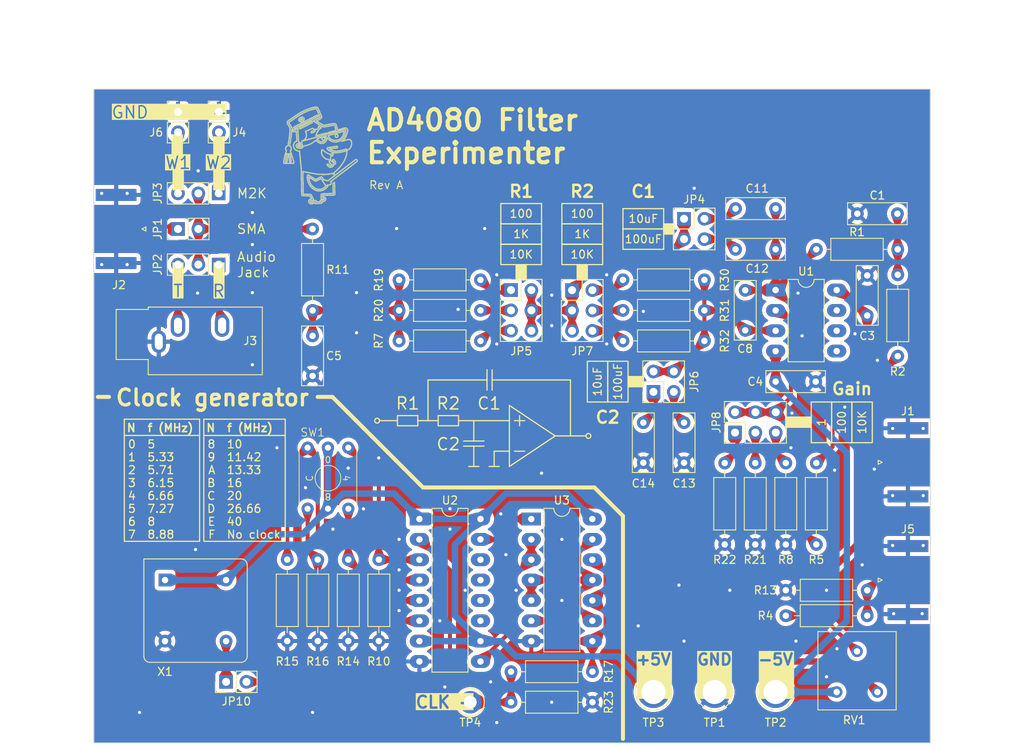
<source format=kicad_pcb>
(kicad_pcb (version 20240108) (generator "pcbnew") (generator_version "8.0")
  (layers (0 "F.Cu" signal) (1 "In1.Cu" signal) (2 "In2.Cu" signal) (31 "B.Cu" signal) (34 "B.Paste" user) (35 "F.Paste" user) (36 "B.SilkS" user "B.Silkscreen") (37 "F.SilkS" user "F.Silkscreen") (38 "B.Mask" user) (39 "F.Mask" user) (44 "Edge.Cuts" user))
  (net 0 "")
  (net 1 "Net-(U1A-+)")
  (net 2 "Net-(C11-Pad1)")
  (net 3 "Net-(C1-Pad1)")
  (net 4 "GND")
  (net 5 "Net-(C12-Pad1)")
  (net 6 "/V-")
  (net 7 "Net-(C5-Pad1)")
  (net 8 "Net-(J5-In)")
  (net 9 "Net-(U1B-+)")
  (net 10 "Net-(C13-Pad2)")
  (net 11 "Net-(C14-Pad2)")
  (net 12 "Net-(J1-In)")
  (net 13 "Net-(U1A--)")
  (net 14 "Net-(JP5-Pad5)")
  (net 15 "Net-(JP8-Pad5)")
  (net 16 "Net-(U2-D0)")
  (net 17 "Net-(JP1-B)")
  (net 18 "Net-(U2-D1)")
  (net 19 "Net-(U2-D2)")
  (net 20 "Net-(U2-D3)")
  (net 21 "Net-(R17-Pad2)")
  (net 22 "Net-(C11-Pad2)")
  (net 23 "Net-(JP5-Pad1)")
  (net 24 "Net-(JP5-Pad3)")
  (net 25 "Net-(JP8-Pad3)")
  (net 26 "Net-(JP8-Pad1)")
  (net 27 "Net-(JP7-Pad2)")
  (net 28 "Net-(JP7-Pad4)")
  (net 29 "Net-(JP7-Pad6)")
  (net 31 "Net-(U2-~{PE})")
  (net 32 "/CLK_1V8")
  (net 34 "Net-(JP10-B)")
  (net 35 "Net-(U2-TC)")
  (net 38 "Net-(U3-Pad11)")
  (net 39 "Net-(JP10-A)")
  (net 40 "Net-(JP4-Pad1)")
  (net 41 "VCC")
  (net 42 "Net-(U1B--)")
  (net 43 "Net-(R4-Pad1)")
  (net 44 "Net-(U1-Pad7)")
  (net 45 "Net-(J2-In)")
  (net 46 "Net-(J3-PadR)")
  (net 47 "Net-(J3-PadT)")
  (net 48 "Net-(J4-Pin_2)")
  (net 49 "Net-(J6-Pin_2)")
  (footprint "Resistor_THT:R_Axial_DIN0207_L6.3mm_D2.5mm_P10.16mm_Horizontal" (layer "F.Cu") (at 105.41 73.024999 180)
    (property "Reference" "R32")
    (property "Value" "R_US")
  )
  (footprint "Connector_Coaxial:SMA_Amphenol_132289_EdgeMount" (layer "F.Cu") (at 130.81 102.87)
    (property "Reference" "J5")
    (property "Value" "Conn_Coaxial")
  )
  (footprint "Resistor_THT:R_Axial_DIN0207_L6.3mm_D2.5mm_P10.16mm_Horizontal" (layer "F.Cu") (at 105.41 69.214997 180)
    (property "Reference" "R31")
    (property "Value" "R_US")
  )
  (footprint "Resistor_THT:R_Axial_DIN0207_L6.3mm_D2.5mm_P10.16mm_Horizontal" (layer "F.Cu") (at 81.28 114.3)
    (property "Reference" "R17")
    (property "Value" "324")
  )
  (footprint "Resistor_THT:R_Axial_DIN0207_L6.3mm_D2.5mm_P10.16mm_Horizontal" (layer "F.Cu") (at 115.57 107.315)
    (property "Reference" "R4")
    (property "Value" "R_US")
  )
  (footprint "Connector_Audio:Jack_3.5mm_CUI_SJ1-3533NG_Horizontal" (layer "F.Cu") (at 37.3225 73.12 90)
    (property "Reference" "J3")
    (property "Value" "AudioJack2_Ground")
  )
  (footprint "TestPoint:TestPoint_Keystone_5005-5009_Compact" (layer "F.Cu") (at 76.2 118.11 180)
    (property "Reference" "TP4")
    (property "Value" "TestPoint")
  )
  (footprint "Resistor_THT:R_Axial_DIN0207_L6.3mm_D2.5mm_P10.16mm_Horizontal" (layer "F.Cu") (at 119.38 61.595)
    (property "Reference" "R1")
    (property "Value" "R_US")
  )
  (footprint "Capacitor_THT:C_Rect_L7.2mm_W2.5mm_P5.00mm_FKS2_FKP2_MKS2_MKP2" (layer "F.Cu") (at 129.5 57.15 180)
    (property "Reference" "C1")
    (property "Value" "C")
  )
  (footprint "Connector_PinHeader_2.54mm:PinHeader_2x02_P2.54mm_Vertical" (layer "F.Cu") (at 99.055 79.379999 90)
    (property "Reference" "JP6")
    (property "Value" "~")
  )
  (footprint "Resistor_THT:R_Axial_DIN0207_L6.3mm_D2.5mm_P10.16mm_Horizontal" (layer "F.Cu") (at 111.760001 98.425 90)
    (property "Reference" "R21")
    (property "Value" "R_US")
  )
  (footprint "Capacitor_THT:C_Rect_L7.2mm_W2.5mm_P5.00mm_FKS2_FKP2_MKS2_MKP2" (layer "F.Cu") (at 119.3 78.104999 180)
    (property "Reference" "C4")
    (property "Value" "1.0uF")
  )
  (footprint "Connector_Coaxial:SMA_Amphenol_132289_EdgeMount" (layer "F.Cu") (at 32.004 59.055 180)
    (property "Reference" "J2")
    (property "Value" "Conn_Coaxial")
  )
  (footprint "Resistor_THT:R_Axial_DIN0207_L6.3mm_D2.5mm_P10.16mm_Horizontal" (layer "F.Cu") (at 67.31 65.404997)
    (property "Reference" "R19")
    (property "Value" "R_US")
  )
  (footprint "Resistor_THT:R_Axial_DIN0207_L6.3mm_D2.5mm_P10.16mm_Horizontal" (layer "F.Cu") (at 53.355 100.315001 -90)
    (property "Reference" "R15")
    (property "Value" "10k")
  )
  (footprint "TestPoint:TestPoint_Plated_Hole_D3.0mm" (layer "F.Cu") (at 106.68 116.84)
    (property "Reference" "TP1")
    (property "Value" "TestPoint")
  )
  (footprint "Resistor_THT:R_Axial_DIN0207_L6.3mm_D2.5mm_P10.16mm_Horizontal" (layer "F.Cu") (at 105.41 65.404997 180)
    (property "Reference" "R30")
    (property "Value" "R_US")
  )
  (footprint "Capacitor_THT:C_Rect_L7.2mm_W2.5mm_P5.00mm_FKS2_FKP2_MKS2_MKP2" (layer "F.Cu") (at 110.504999 71.705001 90)
    (property "Reference" "C8")
    (property "Value" "C")
  )
  (footprint "Capacitor_THT:C_Rect_L7.2mm_W2.5mm_P5.00mm_FKS2_FKP2_MKS2_MKP2" (layer "F.Cu") (at 102.869998 88.224999 90)
    (property "Reference" "C13")
    (property "Value" "C")
  )
  (footprint "Resistor_THT:R_Axial_DIN0207_L6.3mm_D2.5mm_P10.16mm_Horizontal" (layer "F.Cu") (at 56.515 59.055 -90)
    (property "Reference" "R11")
    (property "Value" "R_US")
  )
  (footprint "Capacitor_THT:C_Rect_L7.2mm_W2.5mm_P5.00mm_FKS2_FKP2_MKS2_MKP2" (layer "F.Cu") (at 125.73 69.85 90)
    (property "Reference" "C3")
    (property "Value" "1.0uF")
  )
  (footprint "Resistor_THT:R_Axial_DIN0207_L6.3mm_D2.5mm_P10.16mm_Horizontal" (layer "F.Cu") (at 57.165 100.315 -90)
    (property "Reference" "R16")
    (property "Value" "10k")
  )
  (footprint "Connector_PinHeader_2.54mm:PinHeader_1x02_P2.54mm_Vertical" (layer "F.Cu") (at 45.72 115.57 90)
    (property "Reference" "JP10")
    (property "Value" "Jumper_2_Open")
  )
  (footprint "Resistor_THT:R_Axial_DIN0207_L6.3mm_D2.5mm_P10.16mm_Horizontal" (layer "F.Cu") (at 115.57 104.14)
    (property "Reference" "R13")
    (property "Value" "R_US")
  )
  (footprint "Resistor_THT:R_Axial_DIN0207_L6.3mm_D2.5mm_P10.16mm_Horizontal" (layer "F.Cu") (at 115.57 98.424999 90)
    (property "Reference" "R8")
    (property "Value" "R_US")
  )
  (footprint "Connector_PinHeader_2.54mm:PinHeader_2x03_P2.54mm_Vertical" (layer "F.Cu") (at 88.895 66.689997)
    (property "Reference" "JP7")
    (property "Value" "~")
  )
  (footprint "Capacitor_THT:C_Rect_L7.2mm_W2.5mm_P5.00mm_FKS2_FKP2_MKS2_MKP2" (layer "F.Cu") (at 109.3 56.514999)
    (property "Reference" "C11")
    (property "Value" "C")
  )
  (footprint "TestPoint:TestPoint_Plated_Hole_D3.0mm" (layer "F.Cu") (at 114.3 116.84)
    (property "Reference" "TP2")
    (property "Value" "TestPoint")
  )
  (footprint "Connector_PinHeader_2.54mm:PinHeader_1x02_P2.54mm_Vertical" (layer "F.Cu") (at 39.7225 44.45)
    (property "Reference" "J6")
    (property "Value" "Conn_02x01")
  )
  (footprint "Package_DIP:DIP-14_W7.62mm_LongPads" (layer "F.Cu") (at 83.81 95.25)
    (property "Reference" "U3")
    (property "Value" "74HC04")
  )
  (footprint "Connector_PinHeader_2.54mm:PinHeader_1x02_P2.54mm_Vertical" (layer "F.Cu") (at 44.831 44.45)
    (property "Reference" "J4")
    (property "Value" "Conn_02x01")
  )
  (footprint "Resistor_THT:R_Axial_DIN0207_L6.3mm_D2.5mm_P10.16mm_Horizontal" (layer "F.Cu") (at 60.975 100.315 -90)
    (property "Reference" "R14")
    (property "Value" "10k")
  )
  (footprint "Resistor_THT:R_Axial_DIN0207_L6.3mm_D2.5mm_P10.16mm_Horizontal" (layer "F.Cu") (at 67.31 73.024997)
    (property "Reference" "R7")
    (property "Value" "R_US")
  )
  (footprint "Connector_PinHeader_2.54mm:PinHeader_2x02_P2.54mm_Vertical" (layer "F.Cu") (at 102.87 57.784999)
    (property "Reference" "JP4")
    (property "Value" "~")
  )
  (footprint "Connector_PinHeader_2.54mm:PinHeader_2x03_P2.54mm_Vertical" (layer "F.Cu") (at 109.235001 84.459999 90)
    (property "Reference" "JP8")
    (property "Value" "~")
  )
  (footprint "Resistor_THT:R_Axial_DIN0207_L6.3mm_D2.5mm_P10.16mm_Horizontal" (layer "F.Cu") (at 91.44 118.11 180)
    (property "Reference" "R23")
    (property "Value" "182")
  )
  (footprint "Capacitor_THT:C_Rect_L7.2mm_W2.5mm_P5.00mm_FKS2_FKP2_MKS2_MKP2" (layer "F.Cu") (at 109.3 61.594999)
    (property "Reference" "C12")
    (property "Value" "C")
  )
  (footprint "Oscillator:Oscillator_DIP-8" (layer "F.Cu") (at 38.1 102.87 -90)
    (property "Reference" "X1")
    (property "Value" "CXO_DIP8")
  )
  (footprint "FTC2024:FD01KR16P" (layer "F.Cu") (at 58.435 90.155)
    (property "Reference" "SW1")
    (property "Value" "SW_Coded_SH-7050")
  )
  (footprint "M2k_Colorimeter:Proffessor" (layer "F.Cu") (at 57.2391 57.99005)
    (property "Reference" "REF**" (hide yes))
    (property "Value" "Proffessor")
  )
  (footprint "Capacitor_THT:C_Rect_L7.2mm_W2.5mm_P5.00mm_FKS2_FKP2_MKS2_MKP2" (layer "F.Cu") (at 56.515 72.39 -90)
    (property "Reference" "C5")
    (property "Value" "C")
  )
  (footprint "Connector_PinHeader_2.54mm:PinHeader_1x03_P2.54mm_Vertical" (layer "F.Cu") (at 44.802499 54.61 -90)
    (property "Reference" "JP3")
    (property "Value" "~")
  )
  (footprint "Connector_PinHeader_2.54mm:PinHeader_1x03_P2.54mm_Vertical" (layer "F.Cu") (at 44.8025 63.5 -90)
    (property "Reference" "JP2")
    (property "Value" "~")
  )
  (footprint "Package_DIP:DIP-8_W7.62mm_LongPads" (layer "F.Cu") (at 114.3 66.674999)
    (property "Reference" "U1")
    (property "Value" "LT1678")
  )
  (footprint "Connector_PinHeader_2.54mm:PinHeader_1x02_P2.54mm_Vertical" (layer "F.Cu") (at 39.722501 59.055 90)
    (property "Reference" "JP1")
    (property "Value" "Jumper_2_Open")
  )
  (footprint "Capacitor_THT:C_Rect_L7.2mm_W2.5mm_P5.00mm_FKS2_FKP2_MKS2_MKP2" (layer "F.Cu") (at 97.789999 88.224999 90)
    (property "Reference" "C14")
    (property "Value" "C")
  )
  (footprint "Connector_Coaxial:SMA_Amphenol_132289_EdgeMount" (layer "F.Cu") (at 130.81 88.170004)
    (property "Reference" "J1")
    (property "Value" "Conn_Coaxial")
  )
  (footprint "Resistor_THT:R_Axial_DIN0207_L6.3mm_D2.5mm_P10.16mm_Horizontal" (layer "F.Cu") (at 129.54 64.77 -90)
    (property "Reference" "R2")
    (property "Value" "R_US")
  )
  (footprint "Resistor_THT:R_Axial_DIN0207_L6.3mm_D2.5mm_P10.16mm_Horizontal" (layer "F.Cu") (at 119.38 88.265 -90)
    (property "Reference" "R5")
    (property "Value" "R_US")
  )
  (footprint "TestPoint:TestPoint_Plated_Hole_D3.0mm" (layer "F.Cu") (at 99.06 116.84)
    (property "Reference" "TP3")
    (property "Value" "TestPoint")
  )
  (footprint "Potentiometer_THT:Potentiometer_Bourns_3386F_Vertical" (layer "F.Cu") (at 126.999999 116.84 90)
    (property "Reference" "RV1")
    (property "Value" "R_Potentiometer_US")
  )
  (footprint "Resistor_THT:R_Axial_DIN0207_L6.3mm_D2.5mm_P10.16mm_Horizontal" (layer "F.Cu") (at 64.785 100.315001 -90)
    (property "Reference" "R10")
    (property "Value" "10k")
  )
  (footprint "Connector_PinHeader_2.54mm:PinHeader_2x03_P2.54mm_Vertical" (layer "F.Cu") (at 81.28 66.674997)
    (property "Reference" "JP5")
    (property "Value" "~")
  )
  (footprint "Package_DIP:DIP-16_W7.62mm_LongPads" (layer "F.Cu") (at 69.85 95.25)
    (property "Reference" "U2")
    (property "Value" "74LS163")
  )
  (footprint "Resistor_THT:R_Axial_DIN0207_L6.3mm_D2.5mm_P10.16mm_Horizontal" (layer "F.Cu") (at 67.31 69.214997)
    (property "Reference" "R20")
    (property "Value" "R_US")
  )
  (footprint "Resistor_THT:R_Axial_DIN0207_L6.3mm_D2.5mm_P10.16mm_Horizontal" (layer "F.Cu") (at 107.950001 98.424999 90)
    (property "Reference" "R22")
    (property "Value" "R_US")
  )
  (gr_rect (start 80.01 58.42) (end 85.09 60.96) (stroke (width 0.15)) (fill none) (layer "F.SilkS"))
  (gr_rect (start 44.196 47.5615) (end 45.466 49.7205) (stroke (width 0.15)) (fill solid) (layer "F.SilkS"))
  (gr_line (start 72.189125 82.342515) (end 72.189125 83.612515) (stroke (width 0.15)) (layer "F.SilkS"))
  (gr_line (start 76.634125 82.977515) (end 76.634125 85.517515) (stroke (width 0.15)) (layer "F.SilkS"))
  (gr_rect (start 115.561401 82.528563) (end 118.736401 83.798563) (stroke (width 0.15)) (fill solid) (layer "F.SilkS"))
  (gr_rect (start 95.25 56.515) (end 100.33 59.055) (stroke (width 0.15)) (fill none) (layer "F.SilkS"))
  (gr_line (start 78.285125 76.627515) (end 78.285125 79.167515) (stroke (width 0.15)) (layer "F.SilkS"))
  (gr_line (start 82.349125 82.342515) (end 82.349125 83.612515) (stroke (width 0.15)) (layer "F.SilkS"))
  (gr_line (start 88.699125 77.897515) (end 78.920125 77.897515) (stroke (width 0.15)) (layer "F.SilkS"))
  (gr_rect (start 123.825 80.645) (end 126.365 85.725) (stroke (width 0.15)) (fill none) (layer "F.SilkS"))
  (gr_rect (start 95.25 59.055) (end 100.33 61.595) (stroke (width 0.15)) (fill none) (layer "F.SilkS"))
  (gr_rect (start 95.885 77.47) (end 97.79 78.74) (stroke (width 0.15)) (fill solid) (layer "F.SilkS"))
  (gr_line (start 72.189125 82.977515) (end 70.919125 82.977515) (stroke (width 0.15)) (layer "F.SilkS"))
  (gr_line (start 81.079125 82.977515) (end 76.634125 82.977515) (stroke (width 0.15)) (layer "F.SilkS"))
  (gr_rect (start 87.63 58.42) (end 92.71 60.96) (stroke (width 0.15)) (fill none) (layer "F.SilkS"))
  (gr_line (start 69.649125 83.612515) (end 69.649125 82.977515) (stroke (width 0.15)) (layer "F.SilkS"))
  (gr_line (start 86.794125 84.882515) (end 90.604125 84.882515) (stroke (width 0.15)) (layer "F.SilkS"))
  (gr_poly (pts (xy 100.33 59.69) (xy 100.33 58.419999) (xy 101.6 58.42) (xy 101.599999 59.69)) (stroke (width 0.15)) (fill solid) (layer "F.SilkS"))
  (gr_line (start 75.999125 88.692515) (end 77.269125 88.692515) (stroke (width 0.15)) (layer "F.SilkS"))
  (gr_line (start 70.919125 77.897515) (end 78.285125 77.897515) (stroke (width 0.15)) (layer "F.SilkS"))
  (gr_line (start 95.25 94.869) (end 91.694 91.313) (stroke (width 0.5)) (layer "F.SilkS"))
  (gr_line (start 81.079125 88.692515) (end 86.794125 84.882515) (stroke (width 0.15)) (layer "F.SilkS"))
  (gr_line (start 70.919125 82.977515) (end 70.919125 77.897515) (stroke (width 0.15)) (layer "F.SilkS"))
  (gr_line (start 78.539125 88.692515) (end 79.809125 88.692515) (stroke (width 0.15)) (layer "F.SilkS"))
  (gr_line (start 58.9915 80.01) (end 70.2945 91.313) (stroke (width 0.5)) (layer "F.SilkS"))
  (gr_line (start 78.920125 76.627515) (end 78.920125 79.167515) (stroke (width 0.15)) (layer "F.SilkS"))
  (gr_line (start 57.15 80.01) (end 58.9915 80.01) (stroke (width 0.5)) (layer "F.SilkS"))
  (gr_line (start 72.189125 83.612515) (end 74.729125 83.612515) (stroke (width 0.15)) (layer "F.SilkS"))
  (gr_line (start 42.941 84.821) (end 53.101 84.821) (stroke (width 0.15)) (layer "F.SilkS"))
  (gr_line (start 86.794125 84.882515) (end 81.079125 81.072515) (stroke (width 0.15)) (layer "F.SilkS"))
  (gr_line (start 75.364125 86.152515) (end 77.904125 86.152515) (stroke (width 0.15)) (layer "F.SilkS"))
  (gr_line (start 79.174125 86.787515) (end 79.174125 88.692515) (stroke (width 0.15)) (layer "F.SilkS"))
  (gr_rect (start 87.63 60.96) (end 92.71 63.5) (stroke (width 0.15)) (fill none) (layer "F.SilkS"))
  (gr_line (start 70.919125 82.977515) (end 69.649125 82.977515) (stroke (width 0.15)) (layer "F.SilkS"))
  (gr_line (start 67.109125 82.342515) (end 67.109125 83.612515) (stroke (width 0.15)) (layer "F.SilkS"))
  (gr_poly (pts (xy 90.805001 80.645) (xy 90.805 75.565) (xy 93.345002 75.565) (xy 93.345001 80.645)) (stroke (width 0.15)) (fill none) (layer "F.SilkS"))
  (gr_line (start 69.649125 82.977515) (end 69.649125 82.342515) (stroke (width 0.15)) (layer "F.SilkS"))
  (gr_line (start 74.729125 82.342515) (end 72.189125 82.342515) (stroke (width 0.15)) (layer "F.SilkS"))
  (gr_line (start 33.02 84.821) (end 42.418 84.821) (stroke (width 0.15)) (layer "F.SilkS"))
  (gr_line (start 91.694 91.313) (end 70.2945 91.313) (stroke (width 0.5)) (layer "F.SilkS"))
  (gr_rect (start 89.535 63.5) (end 90.805 65.405) (stroke (width 0.15)) (fill solid) (layer "F.SilkS"))
  (gr_poly (pts (xy 118.745 85.725) (xy 118.745 80.645) (xy 121.285001 80.645) (xy 121.285 85.725)) (stroke (width 0.15)) (fill none) (layer "F.SilkS"))
  (gr_line (start 95.25 94.869) (end 95.25 122.682) (stroke (width 0.5)) (layer "F.SilkS"))
  (gr_line (start 88.699125 84.882515) (end 88.699125 77.897515) (stroke (width 0.15)) (layer "F.SilkS"))
  (gr_rect (start 33.02 82.789) (end 42.418 98.029) (stroke (width 0.15)) (fill none) (layer "F.SilkS"))
  (gr_line (start 67.109125 83.612515) (end 69.649125 83.612515) (stroke (width 0.15)) (layer "F.SilkS"))
  (gr_line (start 81.714125 86.787515) (end 82.984125 86.787515) (stroke (width 0.15)) (layer "F.SilkS"))
  (gr_line (start 74.729125 83.612515) (end 74.729125 82.977515) (stroke (width 0.15)) (layer "F.SilkS"))
  (gr_line (start 81.079125 86.787515) (end 79.174125 86.787515) (stroke (width 0.15)) (layer "F.SilkS"))
  (gr_rect (start 81.915 63.5) (end 83.185 65.405) (stroke (width 0.15)) (fill solid) (layer "F.SilkS"))
  (gr_line (start 76.634125 86.152515) (end 76.634125 88.692515) (stroke (width 0.15)) (layer "F.SilkS"))
  (gr_circle (center 90.939125 84.882515) (end 91.239125 84.882515) (stroke (width 0.15)) (fill none) (layer "F.SilkS"))
  (gr_poly (pts (xy 93.344999 80.645) (xy 93.345 75.565) (xy 95.885 75.565) (xy 95.885001 80.645)) (stroke (width 0.15)) (fill none) (layer "F.SilkS"))
  (gr_line (start 69.649125 82.342515) (end 67.109125 82.342515) (stroke (width 0.15)) (layer "F.SilkS"))
  (gr_line (start 76.634125 82.977515) (end 74.729125 82.977515) (stroke (width 0.15)) (layer "F.SilkS"))
  (gr_rect (start 39.116 51.7525) (end 40.386 54.1655) (stroke (width 0.15)) (fill solid) (layer "F.SilkS"))
  (gr_rect (start 80.01 60.96) (end 85.09 63.5) (stroke (width 0.15)) (fill none) (layer "F.SilkS"))
  (gr_line (start 29.718 80.01) (end 31.115 80.01) (stroke (width 0.5)) (layer "F.SilkS"))
  (gr_line (start 81.714125 82.977515) (end 82.984125 82.977515) (stroke (width 0.15)) (layer "F.SilkS"))
  (gr_line (start 81.079125 81.072515) (end 81.079125 88.692515) (stroke (width 0.15)) (layer "F.SilkS"))
  (gr_line (start 74.729125 82.977515) (end 74.729125 82.342515) (stroke (width 0.15)) (layer "F.SilkS"))
  (gr_circle (center 64.569125 82.977515) (end 64.869125 82.977515) (stroke (width 0.15)) (fill none) (layer "F.SilkS"))
  (gr_poly (pts (xy 121.285 85.725) (xy 121.285001 80.645) (xy 123.825 80.645) (xy 123.825 85.725)) (stroke (width 0.15)) (fill none) (layer "F.SilkS"))
  (gr_rect (start 80.01 55.88) (end 85.09 58.42) (stroke (width 0.15)) (fill none) (layer "F.SilkS"))
  (gr_rect (start 38.989 47.3075) (end 40.259 49.7205) (stroke (width 0.15)) (fill solid) (layer "F.SilkS"))
  (gr_line (start 67.109125 82.977515) (end 64.869125 82.977515) (stroke (width 0.15)) (layer "F.SilkS"))
  (gr_rect (start 87.63 55.88) (end 92.71 58.42) (stroke (width 0.15)) (fill none) (layer "F.SilkS"))
  (gr_line (start 75.364125 85.517515) (end 77.904125 85.517515) (stroke (width 0.15)) (layer "F.SilkS"))
  (gr_rect (start 44.196 51.7525) (end 45.466 54.1655) (stroke (width 0.15)) (fill solid) (layer "F.SilkS"))
  (gr_rect (start 42.941 82.789) (end 53.101 98.029) (stroke (width 0.15)) (fill none) (layer "F.SilkS"))
  (gr_rect (start 29.21 41.6) (end 133.604 123.19) (stroke (width 0.1)) (fill none) (layer "Edge.Cuts"))
  (gr_text "W1" (at 39.7225 50.8 0) (layer "F.SilkS" knockout) (effects (font (size 1.5 1.5) (thickness 0.1875))))
  (gr_text "R2" (at 73.459125 81.707515 0) (layer "F.SilkS") (effects (font (size 1.5 1.5) (thickness 0.1875)) (justify bottom)))
  (gr_text "100" (at 90.17 57.15 0) (layer "F.SilkS") (effects (font (size 1 1))))
  (gr_text "0\n1\n2\n3\n4\n5\n6\n7" (at 34.544 85.329 0) (layer "F.SilkS") (effects (font (size 1 1)) (justify right top)))
  (gr_text "GND\n\n -" (at 106.68 118.11 0) (layer "F.SilkS" knockout) (effects (font (size 1.4 1.4) (thickness 0.3) (bold yes)) (justify bottom)))
  (gr_text "100" (at 82.55 57.15 0) (layer "F.SilkS") (effects (font (size 1 1))))
  (gr_text "CLK -" (at 76.835 118.11 0) (layer "F.SilkS" knockout) (effects (font (size 1.5 1.5) (thickness 0.3) (bold yes)) (justify right)))
  (gr_text "f (MHz)" (at 45.735 83.297 0) (layer "F.SilkS") (effects (font (size 1 1) (thickness 0.2) (bold yes)) (justify left top)))
  (gr_text "W2" (at 44.8025 50.800001 0) (layer "F.SilkS" knockout) (effects (font (size 1.5 1.5) (thickness 0.1875))))
  (gr_text "-5V\n\n -" (at 114.3 118.11 0) (layer "F.SilkS" knockout) (effects (font (size 1.4 1.4) (thickness 0.3) (bold yes)) (justify bottom)))
  (gr_text "C2" (at 73.459125 86.787515 0) (layer "F.SilkS") (effects (font (size 1.5 1.5) (thickness 0.1875)) (justify bottom)))
  (gr_text "N" (at 44.465 83.297 0) (layer "F.SilkS") (effects (font (size 1 1) (thickness 0.2) (bold yes)) (justify right top)))
  (gr_text "C1" (at 97.79 55.245 0) (layer "F.SilkS") (effects (font (size 1.5 1.5) (thickness 0.3) (bold yes)) (justify bottom)))
  (gr_text "Audio\nJack" (at 46.99 63.5 0) (layer "F.SilkS") (effects (font (size 1.2 1.2)) (justify left)))
  (gr_text "1K" (at 82.55 59.69 0) (layer "F.SilkS") (effects (font (size 1 1))))
  (gr_text "100uF" (at 97.79 60.325 0) (layer "F.SilkS") (effects (font (size 1 1))))
  (gr_text "100" (at 122.555 83.185 90) (layer "F.SilkS") (effects (font (size 1 1))))
  (gr_text "5\n5.33\n5.71\n6.15\n6.66\n7.27\n8\n8.88" (at 35.814 85.329 0) (layer "F.SilkS") (effects (font (size 1 1)) (justify left top)))
  (gr_text "SMA" (at 46.99 59.055 0) (layer "F.SilkS") (effects (font (size 1.2 1.2)) (justify left)))
  (gr_text "f (MHz)" (at 35.814 83.297 0) (layer "F.SilkS") (effects (font (size 1 1) (thickness 0.2) (bold yes)) (justify left top)))
  (gr_text "10K" (at 125.095 83.185 90) (layer "F.SilkS") (effects (font (size 1 1))))
  (gr_text "M2K" (at 46.99 54.61 0) (layer "F.SilkS") (effects (font (size 1.2 1.2)) (justify left)))
  (gr_text "Clock generator" (at 31.75 81.28 0) (layer "F.SilkS") (effects (font (size 2 2) (thickness 0.4) (bold yes)) (justify left bottom)))
  (gr_text "R1" (at 82.55 55.245 0) (layer "F.SilkS") (effects (font (size 1.5 1.5) (thickness 0.3) (bold yes)) (justify bottom)))
  (gr_text "100uF" (at 94.615 78.105 90) (layer "F.SilkS") (effects (font (size 1 1))))
  (gr_text "1K" (at 90.17 59.69 0) (layer "F.SilkS") (effects (font (size 1 1))))
  (gr_text "+5V\n \n -" (at 99.06 118.11 0) (layer "F.SilkS" knockout) (effects (font (size 1.4 1.4) (thickness 0.3) (bold yes)) (justify bottom)))
  (gr_text "R1" (at 68.379125 81.707515 0) (layer "F.SilkS") (effects (font (size 1.5 1.5) (thickness 0.1875)) (justify bottom)))
  (gr_text "`\nT" (at 39.722501 63.499 0) (layer "F.SilkS" knockout) (effects (font (size 1.5 1.5) (thickness 0.1875)) (justify top)))
  (gr_text "8\n9\nA\nB\nC\nD\nE\nF" (at 44.465 85.329 0) (layer "F.SilkS") (effects (font (size 1 1)) (justify right top)))
  (gr_text "N" (at 34.544 83.297 0) (layer "F.SilkS") (effects (font (size 1 1) (thickness 0.2) (bold yes)) (justify right top)))
  (gr_text "10K" (at 90.17 62.23 0) (layer "F.SilkS") (effects (font (size 1 1))))
  (gr_text "10K" (at 82.55 62.23 0) (layer "F.SilkS") (effects (font (size 1 1))))
  (gr_text "10uF" (at 97.79 57.785 0) (layer "F.SilkS") (effects (font (size 1 1))))
  (gr_text "C1" (at 78.539125 81.707515 0) (layer "F.SilkS") (effects (font (size 1.5 1.5) (thickness 0.1875)) (justify bottom)))
  (gr_text "1" (at 120.015 83.184999 90) (layer "F.SilkS") (effects (font (size 1 1))))
  (gr_text "10uF" (at 92.075001 78.105 90) (layer "F.SilkS") (effects (font (size 1 1))))
  (gr_text "AD4080 Filter\nExperimenter" (at 63 44 0) (layer "F.SilkS") (effects (font (size 2.54 2.54) (thickness 0.508) (bold yes)) (justify left top)))
  (gr_text "10\n11.42\n13.33\n16\n20\n26.66\n40\nNo clock" (at 45.735 85.329 0) (layer "F.SilkS") (effects (font (size 1 1)) (justify left top)))
  (gr_text "Gain" (at 126.492 78.994 0) (layer "F.SilkS") (effects (font (size 1.5 1.5) (thickness 0.3) (bold yes)) (justify right)))
  (gr_text "R2" (at 90.17 55.245 0) (layer "F.SilkS") (effects (font (size 1.5 1.5) (thickness 0.3) (bold yes)) (justify bottom)))
  (gr_text "C2" (at 93.345 82.55 0) (layer "F.SilkS") (effects (font (size 1.5 1.5) (thickness 0.3) (bold yes))))
  (gr_text "GND       -" (at 46 44.5 0) (layer "F.SilkS" knockout) (effects (font (size 1.5 1.5) (thickness 0.1875)) (justify right)))
  (gr_text "`\nR" (at 44.8025 63.5 0) (layer "F.SilkS" knockout) (effects (font (size 1.5 1.5) (thickness 0.1875)) (justify top)))
  (gr_text "Rev A" (at 63.5 53 0) (layer "F.SilkS") (effects (font (size 1 1) (thickness 0.125)) (justify left top)))
  (segment (start 100.334999 76.839999) (end 101.595 76.839999) (width 0.5) (layer "F.Cu") (net 1))
  (segment (start 110.504999 71.642999) (end 108.076997 69.214997) (width 0.5) (layer "F.Cu") (net 1))
  (segment (start 100.33 76.835) (end 100.334999 76.839999) (width 0.5) (layer "F.Cu") (net 1))
  (segment (start 99.06 76.835) (end 100.33 76.835) (width 0.5) (layer "F.Cu") (net 1))
  (segment (start 110.504999 71.705001) (end 114.250003 71.705001) (width 0.5) (layer "F.Cu") (net 1))
  (segment (start 105.41 65.405) (end 105.41 73.024999) (width 0.5) (layer "F.Cu") (net 1))
  (segment (start 110.504999 71.705001) (end 110.504999 71.642999) (width 0.5) (layer "F.Cu") (net 1))
  (segment (start 108.076997 69.214997) (end 105.41 69.214997) (width 0.5) (layer "F.Cu") (net 1))
  (segment (start 105.409999 73.025) (end 101.595 76.839999) (width 0.5) (layer "F.Cu") (net 1))
  (segment (start 105.41 57.784999) (end 108.03 57.784999) (width 0.5) (layer "F.Cu") (net 2))
  (segment (start 108.03 57.784999) (end 109.3 56.514999) (width 0.5) (layer "F.Cu") (net 2))
  (segment (start 129.5 57.15) (end 129.5 61.555) (width 0.5) (layer "F.Cu") (net 3))
  (segment (start 129.54 61.595) (end 129.54 64.77) (width 0.5) (layer "F.Cu") (net 3))
  (via (at 93.218 73.406) (size 0.8) (drill 0.4) (layers "F.Cu" "B.Cu") (net 4))
  (via (at 34.925 119.38) (size 0.8) (drill 0.4) (layers "F.Cu" "B.Cu") (net 4))
  (via (at 79.502 64.77) (size 0.8) (drill 0.4) (layers "F.Cu" "B.Cu") (net 4))
  (via (at 79.502 73.406) (size 0.8) (drill 0.4) (layers "F.Cu" "B.Cu") (net 4))
  (via (at 86.36 118.11) (size 0.8) (drill 0.4) (layers "F.Cu" "B.Cu") (net 4))
  (via (at 33.3725 54.61) (size 0.8) (drill 0.4) (layers "F.Cu" "B.Cu") (net 4))
  (via (at 117.602 72.39) (size 0.8) (drill 0.4) (layers "F.Cu" "B.Cu") (net 4))
  (via (at 116.332 82.042) (size 0.8) (drill 0.4) (layers "F.Cu" "B.Cu") (net 4))
  (via (at 108.585 104.14) (size 0.8) (drill 0.4) (layers "F.Cu" "B.Cu") (net 4))
  (via (at 78.74 115.57) (size 0.8) (drill 0.4) (layers "F.Cu" "B.Cu") (net 4))
  (via (at 87.63 105.41) (size 0.8) (drill 0.4) (layers "F.Cu" "B.Cu") (net 4))
  (via (at 41.91 99.06) (size 0.8) (drill 0.4) (layers "F.Cu" "B.Cu") (net 4))
  (via (at 73.66 96.52) (size 0.8) (drill 0.4) (layers "F.Cu" "B.Cu") (net 4))
  (via (at 85.09 89.535) (size 0.8) (drill 0.4) (layers "F.Cu" "B.Cu") (net 4))
  (via (at 62 67) (size 0.8) (drill 0.4) (layers "F.Cu" "B.Cu") (net 4))
  (via (at 128.905 83.947) (size 0.8) (drill 0.4) (layers "F.Cu" "B.Cu") (net 4))
  (via (at 49 76) (size 0.8) (drill 0.4) (layers "F.Cu" "B.Cu") (net 4))
  (via (at 60.96 88.9) (size 0.8) (drill 0.4) (layers "F.Cu" "B.Cu") (net 4))
  (via (at 49 61) (size 0.8) (drill 0.4) (layers "F.Cu" "B.Cu") (net 4))
  (via (at 121.666 89.154) (size 0.8) (drill 0.4) (layers "F.Cu" "B.Cu") (net 4))
  (via (at 97.79 69.342) (size 0.8) (drill 0.4) (layers "F.Cu" "B.Cu") (net 4))
  (via (at 64.77 87.63) (size 0.8) (drill 0.4) (layers "F.Cu" "B.Cu") (net 4))
  (via (at 80.645 99.695) (size 0.8) (drill 0.4) (layers "F.Cu" "B.Cu") (net 4))
  (via (at 97.155 108.585) (size 0.8) (drill 0.4) (layers "F.Cu" "B.Cu") (net 4))
  (via (at 72.39 107.95) (size 0.8) (drill 0.4) (layers "F.Cu" "B.Cu") (net 4))
  (via (at 73.66 93.98) (size 0.8) (drill 0.4) (layers "F.Cu" "B.Cu") (net 4))
  (via (at 124.206 72.136) (size 0.8) (drill 0.4) (layers "F.Cu" "B.Cu") (net 4))
  (via (at 132.715 98.552) (size 0.8) (drill 0.4) (layers "F.Cu" "B.Cu") (net 4))
  (via (at 42.164 67.056) (size 0.8) (drill 0.4) (layers "F.Cu" "B.Cu") (net 4))
  (via (at 30.1975 54.61) (size 0.8) (drill 0.4) (layers "F.Cu" "B.Cu") (net 4))
  (via (at 122.936 81.28) (size 0.8) (drill 0.4) (layers "F.Cu" "B.Cu") (net 4))
  (via (at 33.3725 63.5) (size 0.8) (drill 0.4) (layers "F.Cu" "B.Cu") (net 4))
  (via (at 78 59) (size 0.8) (drill 0.4) (layers "F.Cu" "B.Cu") (net 4))
  (via (at 67.31 106.68) (size 0.8) (drill 0.4) (layers "F.Cu" "B.Cu") (net 4))
  (via (at 79.502 120.65) (size 0.8) (drill 0.4) (layers "F.Cu" "B.Cu") (net 4))
  (via (at 116.205 86.36) (size 0.8) (drill 0.4) (layers "F.Cu" "B.Cu") (net 4))
  (via (at 49 67) (size 0.8) (drill 0.4) (layers "F.Cu" "B.Cu") (net 4))
  (via (at 117.094 67.056) (size 0.8) (drill 0.4) (layers "F.Cu" "B.Cu") (net 4))
  (via (at 128.905 98.552) (size 0.8) (drill 0.4) (layers "F.Cu" "B.Cu") (net 4))
  (via (at 52.07 86.36) (size 0.8) (drill 0.4) (layers "F.Cu" "B.Cu") (net 4))
  (via (at 86.36 71.12) (size 0.8) (drill 0.4) (layers "F.Cu" "B.Cu") (net 4))
  (via (at 128.905 92.329) (size 0.8) (drill 0.4) (layers "F.Cu" "B.Cu") (net 4))
  (via (at 67.31 101.6) (size 0.8) (drill 0.4) (layers "F.Cu" "B.Cu") (net 4))
  (via (at 67.31 97.79) (size 0.8) (drill 0.4) (layers "F.Cu" "B.Cu") (net 4))
  (via (at 59.055 96.52) (size 0.8) (drill 0.4) (layers "F.Cu" "B.Cu") (net 4))
  (via (at 132.715 92.329) (size 0.8) (drill 0.4) (layers "F.Cu" "B.Cu") (net 4))
  (via (at 102.235 103.505) (size 0.8) (drill 0.4) (layers "F.Cu" "B.Cu") (net 4))
  (via (at 93.218 64.77) (size 0.8) (drill 0.4) (layers "F.Cu" "B.Cu") (net 4))
  (via (at 55.633671 91.342328) (size 0.8) (drill 0.4) (layers "F.Cu" "B.Cu") (net 4))
  (via (at 81.915 104.14) (size 0.8) (drill 0.4) (layers "F.Cu" "B.Cu") (net 4))
  (via (at 87.63 97.79) (size 0.8) (drill 0.4) (layers "F.Cu" "B.Cu") (net 4))
  (via (at 86.36 67.31) (size 0.8) (drill 0.4) (layers "F.Cu" "B.Cu") (net 4))
  (via (at 30.1975 63.5) (size 0.8) (drill 0.4) (layers "F.Cu" "B.Cu") (net 4))
  (via (at 120.65 114.935) (size 0.8) (drill 0.4) (layers "F.Cu" "B.Cu") (net 4))
  (via (at 116.84 110.49) (size 0.8) (drill 0.4) (layers "F.Cu" "B.Cu") (net 4))
  (via (at 104.14 53.975) (size 0.8) (drill 0.4) (layers "F.Cu" "B.Cu") (net 4))
  (via (at 126.619 89.027) (size 0.8) (drill 0.4) (layers "F.Cu" "B.Cu") (net 4))
  (via (at 67 59) (size 0.8) (drill 0.4) (layers "F.Cu" "B.Cu") (net 4))
  (via (at 80.01 94.615) (size 0.8) (drill 0.4) (layers "F.Cu" "B.Cu") (net 4))
  (via (at 125.095 100.965) (size 0.8) (drill 0.4) (layers "F.Cu" "B.Cu") (net 4))
  (via (at 132.715 83.947) (size 0.8) (drill 0.4) (layers "F.Cu" "B.Cu") (net 4))
  (via (at 121.958345 111.437097) (size 0.8) (drill 0.4) (layers "F.Cu" "B.Cu") (net 4))
  (via (at 102.87 110.49) (size 0.8) (drill 0.4) (layers "F.Cu" "B.Cu") (net 4))
  (via (at 127 75.438) (size 0.8) (drill 0.4) (layers "F.Cu" "B.Cu") (net 4))
  (via (at 62.865 93.98) (size 0.8) (drill 0.4) (layers "F.Cu" "B.Cu") (net 4))
  (via (at 42.240673 51.79663) (size 0.8) (drill 0.4) (layers "F.Cu" "B.Cu") (net 4))
  (via (at 62 72) (size 0.8) (drill 0.4) (layers "F.Cu" "B.Cu") (net 4))
  (via (at 49 57) (size 0.8) (drill 0.4) (layers "F.Cu" "B.Cu") (net 4))
  (via (at 120.65 104.14) (size 0.8) (drill 0.4) (layers "F.Cu" "B.Cu") (net 4))
  (via (at 73.025 116.205) (size 0.8) (drill 0.4) (layers "F.Cu" "B.Cu") (net 4))
  (via (at 132.588 107.061) (size 0.8) (drill 0.4) (layers "F.Cu" "B.Cu") (net 4))
  (via (at 67.31 104.14) (size 0.8) (drill 0.4) (layers "F.Cu" "B.Cu") (net 4))
  (via (at 74.676 69.088) (size 0.8) (drill 0.4) (layers "F.Cu" "B.Cu") (net 4))
  (via (at 56.515 119.38) (size 0.8) (drill 0.4) (layers "F.Cu" "B.Cu") (net 4))
  (via (at 129.032 107.061) (size 0.8) (drill 0.4) (layers "F.Cu" "B.Cu") (net 4))
  (via (at 75.565 104.14) (size 0.8) (drill 0.4) (layers "F.Cu" "B.Cu") (net 4))
  (segment (start 108.03 60.324999) (end 109.3 61.594999) (width 0.5) (layer "F.Cu") (net 5))
  (segment (start 105.41 60.324999) (end 108.03 60.324999) (width 0.5) (layer "F.Cu") (net 5))
  (segment (start 114.3 78.104999) (end 114.3 74.294999) (width 0.8) (layer "F.Cu") (net 6))
  (segment (start 114.3 78.104999) (end 123.19 86.994999) (width 0.8) (layer "B.Cu") (net 6))
  (segment (start 123.19 86.994999) (end 123.19 107.95) (width 0.8) (layer "B.Cu") (net 6))
  (segment (start 114.3 116.84) (end 121.92 116.84) (width 0.8) (layer "B.Cu") (net 6))
  (segment (start 123.19 107.95) (end 114.3 116.84) (width 0.8) (layer "B.Cu") (net 6))
  (segment (start 56.515003 69.849997) (end 56.515 69.85) (width 0.5) (layer "F.Cu") (net 7))
  (segment (start 62.865 69.214997) (end 67.31 69.214997) (width 0.5) (layer "F.Cu") (net 7))
  (segment (start 56.515 69.215) (end 62.864997 69.215) (width 0.5) (layer "F.Cu") (net 7))
  (segment (start 67.31 69.214997) (end 67.31 65.404997) (width 0.5) (layer "F.Cu") (net 7))
  (segment (start 67.31 73.024997) (end 67.31 69.214997) (width 0.5) (layer "F.Cu") (net 7))
  (segment (start 62.864997 69.215) (end 62.865 69.214997) (width 0.5) (layer "F.Cu") (net 7))
  (segment (start 56.515 69.85) (end 56.515 72.43) (width 0.5) (layer "F.Cu") (net 7))
  (segment (start 125.73 104.14) (end 127 102.87) (width 0.5) (layer "F.Cu") (net 8))
  (segment (start 125.73 107.315) (end 125.73 104.14) (width 0.5) (layer "F.Cu") (net 8))
  (segment (start 127 102.87) (end 130.81 102.87) (width 0.5) (layer "F.Cu") (net 8))
  (segment (start 101.595 81.91) (end 101.595 79.379999) (width 0.5) (layer "F.Cu") (net 10))
  (segment (start 102.87 83.185) (end 101.595 81.91) (width 0.5) (layer "F.Cu") (net 10))
  (segment (start 97.79 83.185) (end 99.055 81.92) (width 0.5) (layer "F.Cu") (net 11))
  (segment (start 99.055 81.92) (end 99.055 79.379999) (width 0.5) (layer "F.Cu") (net 11))
  (segment (start 127.127 77.343) (end 129.54 74.93) (width 0.5) (layer "F.Cu") (net 12))
  (segment (start 127.127 86.487) (end 127.127 77.343) (width 0.5) (layer "F.Cu") (net 12))
  (segment (start 128.810004 88.170004) (end 127.127 86.487) (width 0.5) (layer "F.Cu") (net 12))
  (segment (start 117.475 96.52) (end 119.38 98.425) (width 0.5) (layer "F.Cu") (net 13))
  (segment (start 117.475 85.079998) (end 117.475 96.52) (width 0.5) (layer "F.Cu") (net 13))
  (segment (start 114.315001 81.919999) (end 117.475 85.079998) (width 0.5) (layer "F.Cu") (net 13))
  (segment (start 116.205 70.485) (end 116.205 80.03) (width 0.5) (layer "F.Cu") (net 13))
  (segment (start 114.935 69.215) (end 116.205 70.485) (width 0.5) (layer "F.Cu") (net 13))
  (segment (start 116.205 80.03) (end 114.315001 81.919999) (width 0.5) (layer "F.Cu") (net 13))
  (segment (start 109.235001 81.919999) (end 111.775001 81.919999) (width 0.5) (layer "F.Cu") (net 13))
  (segment (start 111.775001 81.919999) (end 114.315001 81.919999) (width 0.5) (layer "F.Cu") (net 13))
  (segment (start 77.47 73.025) (end 78.740003 71.754997) (width 0.5) (layer "F.Cu") (net 14))
  (segment (start 78.740003 71.754997) (end 81.28 71.754997) (width 0.5) (layer "F.Cu") (net 14))
  (segment (start 115.57 88.265) (end 114.315 87.01) (width 0.5) (layer "F.Cu") (net 15))
  (segment (start 114.315 87.01) (end 114.315 84.459999) (width 0.5) (layer "F.Cu") (net 15))
  (segment (start 64.785 90.155) (end 60.975 86.345) (width 0.5) (layer "F.Cu") (net 16))
  (segment (start 64.785 100.315) (end 64.785 90.155) (width 0.5) (layer "F.Cu") (net 16))
  (segment (start 64.8 100.33) (end 69.85 100.33) (width 0.5) (layer "F.Cu") (net 16))
  (segment (start 42.2625 63.5) (end 42.2625 59.055) (width 0.5) (layer "F.Cu") (net 17))
  (segment (start 42.262501 59.055) (end 56.515 59.055) (width 0.5) (layer "F.Cu") (net 17))
  (segment (start 42.2625 59.055) (end 42.2625 54.624999) (width 0.5) (layer "F.Cu") (net 17))
  (segment (start 63.53 102.87) (end 69.85 102.87) (width 0.5) (layer "F.Cu") (net 18))
  (segment (start 60.975 100.315) (end 63.53 102.87) (width 0.5) (layer "F.Cu") (net 18))
  (segment (start 60.975 100.315) (end 60.975 93.965) (width 0.5) (layer "F.Cu") (net 18))
  (segment (start 53.355 88.885) (end 55.895 86.345) (width 0.5) (layer "F.Cu") (net 19))
  (segment (start 57.165 87.615) (end 57.165 97.805) (width 0.5) (layer "F.Cu") (net 19))
  (segment (start 55.895 86.345) (end 57.165 87.615) (width 0.5) (layer "F.Cu") (net 19))
  (segment (start 62.865 105.41) (end 69.85 105.41) (width 0.5) (layer "F.Cu") (net 19))
  (segment (start 59.055 99.695) (end 59.055 101.6) (width 0.5) (layer "F.Cu") (net 19))
  (segment (start 59.055 101.6) (end 62.865 105.41) (width 0.5) (layer "F.Cu") (net 19))
  (segment (start 53.355 100.315) (end 53.355 88.885) (width 0.5) (layer "F.Cu") (net 19))
  (segment (start 57.165 97.805) (end 59.055 99.695) (width 0.5) (layer "F.Cu") (net 19))
  (segment (start 55.895 99.045) (end 55.895 93.965) (width 0.5) (layer "F.Cu") (net 20))
  (segment (start 57.15 100.33) (end 57.15 102.87) (width 0.5) (layer "F.Cu") (net 20))
  (segment (start 57.15 102.87) (end 62.23 107.95) (width 0.5) (layer "F.Cu") (net 20))
  (segment (start 62.23 107.95) (end 69.85 107.95) (width 0.5) (layer "F.Cu") (net 20))
  (segment (start 57.165 100.315) (end 55.895 99.045) (width 0.5) (layer "F.Cu") (net 20))
  (segment (start 93.08 103.76) (end 91.43 105.41) (width 0.5) (layer "F.Cu") (net 21))
  (segment (start 90.18 110.49) (end 91.43 110.49) (width 0.5) (layer "F.Cu") (net 21))
  (segment (start 88.905 110.495) (end 90.175 110.495) (width 0.5) (layer "F.Cu") (net 21))
  (segment (start 93.08 108.84) (end 91.43 110.49) (width 0.5) (layer "F.Cu") (net 21))
  (segment (start 83.81 107.95) (end 86.36 107.95) (width 0.5) (layer "F.Cu") (net 21))
  (segment (start 90.175 110.495) (end 90.18 110.49) (width 0.5) (layer "F.Cu") (net 21))
  (segment (start 91.43 110.49) (end 91.43 114.29) (width 0.5) (layer "F.Cu") (net 21))
  (segment (start 93.08 101.98) (end 93.08 103.76) (width 0.5) (layer "F.Cu") (net 21))
  (segment (start 91.43 105.41) (end 93.08 107.06) (width 0.5) (layer "F.Cu") (net 21))
  (segment (start 86.36 107.95) (end 88.905 110.495) (width 0.5) (layer "F.Cu") (net 21))
  (segment (start 93.08 107.06) (end 93.08 108.84) (width 0.5) (layer "F.Cu") (net 21))
  (segment (start 91.43 100.33) (end 93.08 101.98) (width 0.5) (layer "F.Cu") (net 21))
  (segment (start 118.872 71.247) (end 118.872 74.93) (width 0.5) (layer "F.Cu") (net 22))
  (segment (start 118.872 74.93) (end 121.412 77.47) (width 0.5) (layer "F.Cu") (net 22))
  (segment (start 119.38 61.595) (end 118.745 62.23) (width 0.5) (layer "F.Cu") (net 22))
  (segment (start 110.504999 66.705001) (end 114.269998 66.705001) (width 0.5) (layer "F.Cu") (net 22))
  (segment (start 114.3 61.594999) (end 114.3 56.514999) (width 0.5) (layer "F.Cu") (net 22))
  (segment (start 118.744999 62.23) (end 114.3 66.674999) (width 0.5) (layer "F.Cu") (net 22))
  (segment (start 118.745 62.23) (end 118.744999 62.23) (width 0.5) (layer "F.Cu") (net 22))
  (segment (start 121.412 77.47) (end 121.412 86.233) (width 0.5) (layer "F.Cu") (net 22))
  (segment (start 121.412 86.233) (end 119.38 88.265) (width 0.5) (layer "F.Cu") (net 22))
  (segment (start 114.3 66.675) (end 118.872 71.247) (width 0.5) (layer "F.Cu") (net 22))
  (segment (start 114.3 61.594999) (end 114.3 66.674999) (width 0.5) (layer "F.Cu") (net 22))
  (segment (start 78.739997 66.674997) (end 81.28 66.674997) (width 0.5) (layer "F.Cu") (net 23))
  (segment (start 77.47 65.405) (end 78.739997 66.674997) (width 0.5) (layer "F.Cu") (net 23))
  (segment (start 78.105 69.215) (end 78.74 69.215) (width 0.5) (layer "F.Cu") (net 24))
  (segment (start 78.740003 69.214997) (end 81.28 69.214997) (width 0.5) (layer "F.Cu") (net 24))
  (segment (start 78.74 69.215) (end 78.740003 69.214997) (width 0.5) (layer "F.Cu") (net 24))
  (segment (start 111.775001 88.249999) (end 111.775001 84.459999) (width 0.5) (layer "F.Cu") (net 25))
  (segment (start 109.235001 86.979999) (end 109.235001 84.459999) (width 0.5) (layer "F.Cu") (net 26))
  (segment (start 107.95 88.265) (end 109.235001 86.979999) (width 0.5) (layer "F.Cu") (net 26))
  (segment (start 93.965003 66.689997) (end 91.435 66.689997) (width 0.5) (layer "F.Cu") (net 27))
  (segment (start 95.25 65.405) (end 93.965003 66.689997) (width 0.5) (layer "F.Cu") (net 27))
  (segment (start 91.44 69.215) (end 92.075 69.215) (width 0.5) (layer "F.Cu") (net 28))
  (segment (start 92.075003 69.214997) (end 95.25 69.214997) (width 0.5) (layer "F.Cu") (net 28))
  (segment (start 92.075 69.215) (end 92.075003 69.214997) (width 0.5) (layer "F.Cu") (net 28))
  (segment (start 95.25 73.025) (end 93.994997 71.769997) (width 0.5) (layer "F.Cu") (net 29))
  (segment (start 93.994997 71.769997) (end 91.435 71.769997) (width 0.5) (layer "F.Cu") (net 29))
  (segment (start 83.81 97.79) (end 83.81 100.329999) (width 0.5) (layer "F.Cu") (net 31))
  (segment (start 80.645 103.494999) (end 83.81 100.329999) (width 0.5) (layer "F.Cu") (net 31))
  (segment (start 80.645 109.855) (end 80.645 103.494999) (width 0.5) (layer "F.Cu") (net 31))
  (segment (start 77.47 113.03) (end 80.645 109.855) (width 0.5) (layer "F.Cu") (net 31))
  (segment (start 76.2 118.11) (end 81.28 118.11) (width 0.5) (layer "F.Cu") (net 32))
  (segment (start 81.28 114.3) (end 81.28 118.11) (width 0.5) (layer "F.Cu") (net 32))
  (segment (start 71.12 115.57) (end 73.66 113.03) (width 0.5) (layer "F.Cu") (net 34))
  (segment (start 48.26 115.57) (end 71.12 115.57) (width 0.5) (layer "F.Cu") (net 34))
  (segment (start 73.66 101.6) (end 69.85 97.79) (width 0.5) (layer "F.Cu") (net 34))
  (segment (start 73.66 113.03) (end 73.66 101.6) (width 0.5) (layer "F.Cu") (net 34))
  (segment (start 81.915 95.25) (end 79.375 97.79) (width 0.5) (layer "F.Cu") (net 35))
  (segment (start 83.81 95.25) (end 81.915 95.25) (width 0.5) (layer "F.Cu") (net 35))
  (segment (start 79.375 97.79) (end 77.47 97.79) (width 0.5) (layer "F.Cu") (net 35))
  (segment (start 91.43 97.79) (end 89.78 99.44) (width 0.5) (layer "F.Cu") (net 38))
  (segment (start 89.78 99.44) (end 89.78 101.22) (width 0.5) (layer "F.Cu") (net 38))
  (segment (start 83.81 102.87) (end 91.43 102.87) (width 0.5) (layer "F.Cu") (net 38))
  (segment (start 83.81 105.41) (end 83.81 102.87) (width 0.5) (layer "F.Cu") (net 38))
  (segment (start 89.78 104.52) (end 89.78 106.3) (width 0.5) (layer "F.Cu") (net 38))
  (segment (start 91.43 102.87) (end 89.78 104.52) (width 0.5) (layer "F.Cu") (net 38))
  (segment (start 89.78 101.22) (end 91.43 102.87) (width 0.5) (layer "F.Cu") (net 38))
  (segment (start 89.78 106.3) (end 91.43 107.95) (width 0.5) (layer "F.Cu") (net 38))
  (segment (start 45.72 110.49) (end 45.72 115.57) (width 0.5) (layer "F.Cu") (net 39))
  (segment (start 88.895 69.229997) (end 88.895 66.689997) (width 0.5) (layer "F.Cu") (net 40))
  (segment (start 83.82 69.215) (end 84.455 69.215) (width 0.5) (layer "F.Cu") (net 40))
  (segment (start 83.82 69.214997) (end 83.82 66.674997) (width 0.5) (layer "F.Cu") (net 40))
  (segment (start 84.455 69.215) (end 84.469997 69.229997) (width 0.5) (layer "F.Cu") (net 40))
  (segment (start 83.82 71.754997) (end 83.82 69.214997) (width 0.5) (layer "F.Cu") (net 40))
  (segment (start 102.87 57.784999) (end 102.87 60.324999) (width 0.5) (layer "F.Cu") (net 40))
  (segment (start 88.895 71.769996) (end 88.895 69.229997) (width 0.5) (layer "F.Cu") (net 40))
  (segment (start 84.469997 69.229997) (end 88.895 69.229997) (width 0.5) (layer "F.Cu") (net 40))
  (segment (start 100.329999 62.865) (end 92.719997 62.865) (width 0.5) (layer "F.Cu") (net 40))
  (segment (start 92.719997 62.865) (end 88.895 66.689997) (width 0.5) (layer "F.Cu") (net 40))
  (segment (start 102.87 60.324999) (end 100.329999 62.865) (width 0.5) (layer "F.Cu") (net 40))
  (segment (start 124.46 98.425) (end 124.46 76.2) (width 0.8) (layer "F.Cu") (net 41))
  (segment (start 123.189999 113.03) (end 102.87 113.03) (width 0.8) (layer "F.Cu") (net 41))
  (segment (start 122.554999 66.674999) (end 123.19 67.31) (width 0.8) (layer "F.Cu") (net 41))
  (segment (start 124.46 76.2) (end 125.73 74.93) (width 0.8) (layer "F.Cu") (net 41))
  (segment (start 126.999999 116.84) (end 123.189999 113.03) (width 0.8) (layer "F.Cu") (net 41))
  (segment (start 102.87 113.03) (end 99.06 116.84) (width 0.8) (layer "F.Cu") (net 41))
  (segment (start 123.19 67.31) (end 125.73 69.85) (width 0.8) (layer "F.Cu") (net 41))
  (segment (start 99.06 116.84) (end 99.06 109.855) (width 0.8) (layer "F.Cu") (net 41))
  (segment (start 121.385 101.5) (end 124.46 98.425) (width 0.8) (layer "F.Cu") (net 41))
  (segment (start 107.415 101.5) (end 121.385 101.5) (width 0.8) (layer "F.Cu") (net 41))
  (segment (start 125.73 74.93) (end 125.73 69.85) (width 0.8) (layer "F.Cu") (net 41))
  (segment (start 99.06 109.855) (end 107.415 101.5) (width 0.8) (layer "F.Cu") (net 41))
  (segment (start 94.615 112.395) (end 81.915 112.395) (width 0.8) (layer "B.Cu") (net 41))
  (segment (start 80.645 92.075) (end 88.255 92.075) (width 0.8) (layer "B.Cu") (net 41))
  (segment (start 77.47 95.25) (end 74.295 98.425) (width 0.8) (layer "B.Cu") (net 41))
  (segment (start 99.06 116.84) (end 94.615 112.395) (width 0.8) (layer "B.Cu") (net 41))
  (segment (start 77.47 95.25) (end 80.645 92.075) (width 0.8) (layer "B.Cu") (net 41))
  (segment (start 69.85 95.25) (end 77.47 95.25) (width 0.8) (layer "B.Cu") (net 41))
  (segment (start 66.675 92.075) (end 60.325 92.075) (width 0.8) (layer "B.Cu") (net 41))
  (segment (start 60.325 92.075) (end 58.435 93.965) (width 0.8) (layer "B.Cu") (net 41))
  (segment (start 88.255 92.075) (end 91.43 95.25) (width 0.8) (layer "B.Cu") (net 41))
  (segment (start 58.435 93.965) (end 55.245 97.155) (width 0.8) (layer "B.Cu") (net 41))
  (segment (start 74.295 98.425) (end 74.295 107.315) (width 0.8) (layer "B.Cu") (net 41))
  (segment (start 80.01 110.49) (end 77.47 110.49) (width 0.8) (layer "B.Cu") (net 41))
  (segment (start 51.435 97.155) (end 45.72 102.87) (width 0.8) (layer "B.Cu") (net 41))
  (segment (start 81.915 112.395) (end 80.01 110.49) (width 0.8) (layer "B.Cu") (net 41))
  (segment (start 74.295 107.315) (end 77.47 110.49) (width 0.8) (layer "B.Cu") (net 41))
  (segment (start 69.85 95.25) (end 66.675 92.075) (width 0.8) (layer "B.Cu") (net 41))
  (segment (start 69.85 110.49) (end 77.47 110.49) (width 0.8) (layer "B.Cu") (net 41))
  (segment (start 55.245 97.155) (end 51.435 97.155) (width 0.8) (layer "B.Cu") (net 41))
  (segment (start 38.1 102.87) (end 45.72 102.87) (width 0.8) (layer "B.Cu") (net 41))
  (segment (start 58.435 86.345) (end 58.435 93.965) (width 0.8) (layer "B.Cu") (net 41))
  (segment (start 115.57 107.315) (end 120.014999 107.315) (width 0.5) (layer "F.Cu") (net 43))
  (segment (start 120.014999 107.315) (end 124.459999 111.76) (width 0.5) (layer "F.Cu") (net 43))
  (segment (start 39.722501 59.055) (end 31.75 59.055) (width 0.5) (layer "F.Cu") (net 45))
  (segment (start 44.8025 63.5) (end 44.8025 70.700001) (width 0.5) (layer "F.Cu") (net 46))
  (segment (start 39.7225 71.12) (end 39.7225 63.500001) (width 0.5) (layer "F.Cu") (net 47))
  (segment (start 44.802499 54.61) (end 44.802499 47.018501) (width 0.8) (layer "F.Cu") (net 48))
  (segment (start 39.7225 46.99) (end 39.7225 54.61) (width 0.8) (layer "F.Cu") (net 49))
  (zone (net 4) (net_name "GND") (layers "F&B.Cu") (connect_pads (clearance 0.5)) (min_thickness 0.25) (fill yes (thermal_gap 0.5) (thermal_bridge_width 0.5))
    (polygon (pts (xy 27.94 30.48) (xy 133.985 31.115) (xy 133.985 123.825) (xy 28.575 123.825)))
  )
)
</source>
